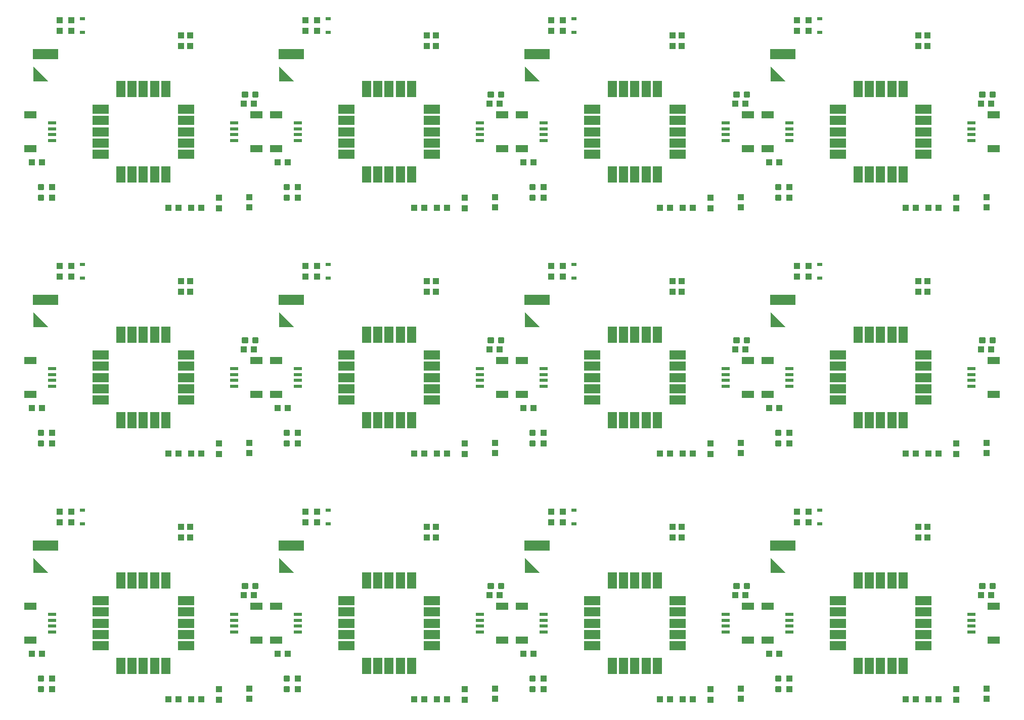
<source format=gtp>
G75*
%MOIN*%
%OFA0B0*%
%FSLAX25Y25*%
%IPPOS*%
%LPD*%
%AMOC8*
5,1,8,0,0,1.08239X$1,22.5*
%
%ADD10R,0.07874X0.04724*%
%ADD11R,0.05315X0.02362*%
%ADD12R,0.04331X0.03937*%
%ADD13R,0.03937X0.04331*%
%ADD14C,0.00197*%
%ADD15R,0.16535X0.06693*%
%ADD16C,0.01181*%
%ADD17R,0.03268X0.02480*%
%ADD18R,0.10827X0.06299*%
%ADD19R,0.06299X0.10827*%
D10*
X0034281Y0097726D03*
X0034281Y0119774D03*
X0183219Y0119774D03*
X0196281Y0119774D03*
X0196281Y0097726D03*
X0183219Y0097726D03*
X0345219Y0097726D03*
X0358281Y0097726D03*
X0358281Y0119774D03*
X0345219Y0119774D03*
X0507219Y0119774D03*
X0520281Y0119774D03*
X0520281Y0097726D03*
X0507219Y0097726D03*
X0669219Y0097726D03*
X0669219Y0119774D03*
X0669219Y0259726D03*
X0669219Y0281774D03*
X0520281Y0281774D03*
X0507219Y0281774D03*
X0507219Y0259726D03*
X0520281Y0259726D03*
X0358281Y0259726D03*
X0345219Y0259726D03*
X0345219Y0281774D03*
X0358281Y0281774D03*
X0196281Y0281774D03*
X0183219Y0281774D03*
X0183219Y0259726D03*
X0196281Y0259726D03*
X0034281Y0259726D03*
X0034281Y0281774D03*
X0034281Y0421726D03*
X0034281Y0443774D03*
X0183219Y0443774D03*
X0196281Y0443774D03*
X0196281Y0421726D03*
X0183219Y0421726D03*
X0345219Y0421726D03*
X0358281Y0421726D03*
X0358281Y0443774D03*
X0345219Y0443774D03*
X0507219Y0443774D03*
X0520281Y0443774D03*
X0520281Y0421726D03*
X0507219Y0421726D03*
X0669219Y0421726D03*
X0669219Y0443774D03*
D11*
X0654750Y0438656D03*
X0654750Y0434719D03*
X0654750Y0430781D03*
X0654750Y0426844D03*
X0534750Y0426844D03*
X0534750Y0430781D03*
X0534750Y0434719D03*
X0534750Y0438656D03*
X0492750Y0438656D03*
X0492750Y0434719D03*
X0492750Y0430781D03*
X0492750Y0426844D03*
X0372750Y0426844D03*
X0372750Y0430781D03*
X0372750Y0434719D03*
X0372750Y0438656D03*
X0330750Y0438656D03*
X0330750Y0434719D03*
X0330750Y0430781D03*
X0330750Y0426844D03*
X0210750Y0426844D03*
X0210750Y0430781D03*
X0210750Y0434719D03*
X0210750Y0438656D03*
X0168750Y0438656D03*
X0168750Y0434719D03*
X0168750Y0430781D03*
X0168750Y0426844D03*
X0048750Y0426844D03*
X0048750Y0430781D03*
X0048750Y0434719D03*
X0048750Y0438656D03*
X0048750Y0276656D03*
X0048750Y0272719D03*
X0048750Y0268781D03*
X0048750Y0264844D03*
X0168750Y0264844D03*
X0168750Y0268781D03*
X0168750Y0272719D03*
X0168750Y0276656D03*
X0210750Y0276656D03*
X0210750Y0272719D03*
X0210750Y0268781D03*
X0210750Y0264844D03*
X0330750Y0264844D03*
X0330750Y0268781D03*
X0330750Y0272719D03*
X0330750Y0276656D03*
X0372750Y0276656D03*
X0372750Y0272719D03*
X0372750Y0268781D03*
X0372750Y0264844D03*
X0492750Y0264844D03*
X0492750Y0268781D03*
X0492750Y0272719D03*
X0492750Y0276656D03*
X0534750Y0276656D03*
X0534750Y0272719D03*
X0534750Y0268781D03*
X0534750Y0264844D03*
X0654750Y0264844D03*
X0654750Y0268781D03*
X0654750Y0272719D03*
X0654750Y0276656D03*
X0654750Y0114656D03*
X0654750Y0110719D03*
X0654750Y0106781D03*
X0654750Y0102844D03*
X0534750Y0102844D03*
X0534750Y0106781D03*
X0534750Y0110719D03*
X0534750Y0114656D03*
X0492750Y0114656D03*
X0492750Y0110719D03*
X0492750Y0106781D03*
X0492750Y0102844D03*
X0372750Y0102844D03*
X0372750Y0106781D03*
X0372750Y0110719D03*
X0372750Y0114656D03*
X0330750Y0114656D03*
X0330750Y0110719D03*
X0330750Y0106781D03*
X0330750Y0102844D03*
X0210750Y0102844D03*
X0210750Y0106781D03*
X0210750Y0110719D03*
X0210750Y0114656D03*
X0168750Y0114656D03*
X0168750Y0110719D03*
X0168750Y0106781D03*
X0168750Y0102844D03*
X0048750Y0102844D03*
X0048750Y0106781D03*
X0048750Y0110719D03*
X0048750Y0114656D03*
D12*
X0042096Y0088750D03*
X0035404Y0088750D03*
X0125404Y0058750D03*
X0132096Y0058750D03*
X0140404Y0058750D03*
X0147096Y0058750D03*
X0197404Y0088750D03*
X0204096Y0088750D03*
X0181596Y0127250D03*
X0174904Y0127250D03*
X0287404Y0058750D03*
X0294096Y0058750D03*
X0302404Y0058750D03*
X0309096Y0058750D03*
X0359404Y0088750D03*
X0366096Y0088750D03*
X0343596Y0127250D03*
X0336904Y0127250D03*
X0449404Y0058750D03*
X0456096Y0058750D03*
X0464404Y0058750D03*
X0471096Y0058750D03*
X0521404Y0088750D03*
X0528096Y0088750D03*
X0505596Y0127250D03*
X0498904Y0127250D03*
X0611404Y0058750D03*
X0618096Y0058750D03*
X0626404Y0058750D03*
X0633096Y0058750D03*
X0660904Y0127250D03*
X0667596Y0127250D03*
X0633096Y0220750D03*
X0626404Y0220750D03*
X0618096Y0220750D03*
X0611404Y0220750D03*
X0528096Y0250750D03*
X0521404Y0250750D03*
X0505596Y0289250D03*
X0498904Y0289250D03*
X0471096Y0220750D03*
X0464404Y0220750D03*
X0456096Y0220750D03*
X0449404Y0220750D03*
X0366096Y0250750D03*
X0359404Y0250750D03*
X0343596Y0289250D03*
X0336904Y0289250D03*
X0309096Y0220750D03*
X0302404Y0220750D03*
X0294096Y0220750D03*
X0287404Y0220750D03*
X0204096Y0250750D03*
X0197404Y0250750D03*
X0181596Y0289250D03*
X0174904Y0289250D03*
X0147096Y0220750D03*
X0140404Y0220750D03*
X0132096Y0220750D03*
X0125404Y0220750D03*
X0042096Y0250750D03*
X0035404Y0250750D03*
X0125404Y0382750D03*
X0132096Y0382750D03*
X0140404Y0382750D03*
X0147096Y0382750D03*
X0197404Y0412750D03*
X0204096Y0412750D03*
X0181596Y0451250D03*
X0174904Y0451250D03*
X0287404Y0382750D03*
X0294096Y0382750D03*
X0302404Y0382750D03*
X0309096Y0382750D03*
X0359404Y0412750D03*
X0366096Y0412750D03*
X0343596Y0451250D03*
X0336904Y0451250D03*
X0449404Y0382750D03*
X0456096Y0382750D03*
X0464404Y0382750D03*
X0471096Y0382750D03*
X0521404Y0412750D03*
X0528096Y0412750D03*
X0505596Y0451250D03*
X0498904Y0451250D03*
X0611404Y0382750D03*
X0618096Y0382750D03*
X0626404Y0382750D03*
X0633096Y0382750D03*
X0660904Y0451250D03*
X0667596Y0451250D03*
X0667596Y0289250D03*
X0660904Y0289250D03*
X0042096Y0412750D03*
X0035404Y0412750D03*
D13*
X0048750Y0396096D03*
X0048750Y0389404D03*
X0053750Y0344096D03*
X0053750Y0337404D03*
X0061250Y0337404D03*
X0061250Y0344096D03*
X0133750Y0334096D03*
X0139650Y0334096D03*
X0139650Y0327404D03*
X0133750Y0327404D03*
X0158750Y0382404D03*
X0158750Y0389096D03*
X0178750Y0389596D03*
X0178750Y0382904D03*
X0210750Y0389404D03*
X0210750Y0396096D03*
X0215750Y0344096D03*
X0215750Y0337404D03*
X0223250Y0337404D03*
X0223250Y0344096D03*
X0295750Y0334096D03*
X0301650Y0334096D03*
X0301650Y0327404D03*
X0295750Y0327404D03*
X0320750Y0382404D03*
X0320750Y0389096D03*
X0340750Y0389596D03*
X0340750Y0382904D03*
X0372750Y0389404D03*
X0372750Y0396096D03*
X0377750Y0344096D03*
X0377750Y0337404D03*
X0385250Y0337404D03*
X0385250Y0344096D03*
X0457750Y0334096D03*
X0463650Y0334096D03*
X0463650Y0327404D03*
X0457750Y0327404D03*
X0482750Y0382404D03*
X0482750Y0389096D03*
X0502750Y0389596D03*
X0502750Y0382904D03*
X0534750Y0389404D03*
X0534750Y0396096D03*
X0539750Y0344096D03*
X0539750Y0337404D03*
X0547250Y0337404D03*
X0547250Y0344096D03*
X0619750Y0334096D03*
X0625650Y0334096D03*
X0625650Y0327404D03*
X0619750Y0327404D03*
X0644750Y0382404D03*
X0644750Y0389096D03*
X0664750Y0389596D03*
X0664750Y0382904D03*
X0625650Y0489404D03*
X0619750Y0489404D03*
X0619750Y0496096D03*
X0625650Y0496096D03*
X0547250Y0499404D03*
X0539750Y0499404D03*
X0539750Y0506096D03*
X0547250Y0506096D03*
X0463650Y0496096D03*
X0457750Y0496096D03*
X0457750Y0489404D03*
X0463650Y0489404D03*
X0385250Y0499404D03*
X0377750Y0499404D03*
X0377750Y0506096D03*
X0385250Y0506096D03*
X0301650Y0496096D03*
X0295750Y0496096D03*
X0295750Y0489404D03*
X0301650Y0489404D03*
X0223250Y0499404D03*
X0215750Y0499404D03*
X0215750Y0506096D03*
X0223250Y0506096D03*
X0139650Y0496096D03*
X0133750Y0496096D03*
X0133750Y0489404D03*
X0139650Y0489404D03*
X0061250Y0499404D03*
X0053750Y0499404D03*
X0053750Y0506096D03*
X0061250Y0506096D03*
X0048750Y0234096D03*
X0048750Y0227404D03*
X0053750Y0182096D03*
X0053750Y0175404D03*
X0061250Y0175404D03*
X0061250Y0182096D03*
X0133750Y0172096D03*
X0139650Y0172096D03*
X0139650Y0165404D03*
X0133750Y0165404D03*
X0158750Y0220404D03*
X0158750Y0227096D03*
X0178750Y0227596D03*
X0178750Y0220904D03*
X0210750Y0227404D03*
X0210750Y0234096D03*
X0215750Y0182096D03*
X0215750Y0175404D03*
X0223250Y0175404D03*
X0223250Y0182096D03*
X0295750Y0172096D03*
X0301650Y0172096D03*
X0301650Y0165404D03*
X0295750Y0165404D03*
X0320750Y0220404D03*
X0320750Y0227096D03*
X0340750Y0227596D03*
X0340750Y0220904D03*
X0372750Y0227404D03*
X0372750Y0234096D03*
X0377750Y0182096D03*
X0377750Y0175404D03*
X0385250Y0175404D03*
X0385250Y0182096D03*
X0457750Y0172096D03*
X0463650Y0172096D03*
X0463650Y0165404D03*
X0457750Y0165404D03*
X0482750Y0220404D03*
X0482750Y0227096D03*
X0502750Y0227596D03*
X0502750Y0220904D03*
X0534750Y0227404D03*
X0534750Y0234096D03*
X0539750Y0182096D03*
X0539750Y0175404D03*
X0547250Y0175404D03*
X0547250Y0182096D03*
X0619750Y0172096D03*
X0625650Y0172096D03*
X0625650Y0165404D03*
X0619750Y0165404D03*
X0644750Y0220404D03*
X0644750Y0227096D03*
X0664750Y0227596D03*
X0664750Y0220904D03*
X0534750Y0072096D03*
X0534750Y0065404D03*
X0502750Y0065596D03*
X0502750Y0058904D03*
X0482750Y0058404D03*
X0482750Y0065096D03*
X0372750Y0065404D03*
X0372750Y0072096D03*
X0340750Y0065596D03*
X0340750Y0058904D03*
X0320750Y0058404D03*
X0320750Y0065096D03*
X0210750Y0065404D03*
X0210750Y0072096D03*
X0178750Y0065596D03*
X0178750Y0058904D03*
X0158750Y0058404D03*
X0158750Y0065096D03*
X0048750Y0065404D03*
X0048750Y0072096D03*
X0644750Y0065096D03*
X0644750Y0058404D03*
X0664750Y0058904D03*
X0664750Y0065596D03*
D14*
X0531648Y0142199D02*
X0522199Y0151648D01*
X0522199Y0142199D01*
X0531648Y0142199D01*
X0531591Y0142255D02*
X0522199Y0142255D01*
X0522199Y0142451D02*
X0531396Y0142451D01*
X0531201Y0142646D02*
X0522199Y0142646D01*
X0522199Y0142841D02*
X0531005Y0142841D01*
X0530810Y0143037D02*
X0522199Y0143037D01*
X0522199Y0143232D02*
X0530614Y0143232D01*
X0530419Y0143427D02*
X0522199Y0143427D01*
X0522199Y0143623D02*
X0530224Y0143623D01*
X0530028Y0143818D02*
X0522199Y0143818D01*
X0522199Y0144013D02*
X0529833Y0144013D01*
X0529638Y0144209D02*
X0522199Y0144209D01*
X0522199Y0144404D02*
X0529442Y0144404D01*
X0529247Y0144599D02*
X0522199Y0144599D01*
X0522199Y0144795D02*
X0529052Y0144795D01*
X0528856Y0144990D02*
X0522199Y0144990D01*
X0522199Y0145186D02*
X0528661Y0145186D01*
X0528466Y0145381D02*
X0522199Y0145381D01*
X0522199Y0145576D02*
X0528270Y0145576D01*
X0528075Y0145772D02*
X0522199Y0145772D01*
X0522199Y0145967D02*
X0527879Y0145967D01*
X0527684Y0146162D02*
X0522199Y0146162D01*
X0522199Y0146358D02*
X0527489Y0146358D01*
X0527293Y0146553D02*
X0522199Y0146553D01*
X0522199Y0146748D02*
X0527098Y0146748D01*
X0526903Y0146944D02*
X0522199Y0146944D01*
X0522199Y0147139D02*
X0526707Y0147139D01*
X0526512Y0147335D02*
X0522199Y0147335D01*
X0522199Y0147530D02*
X0526317Y0147530D01*
X0526121Y0147725D02*
X0522199Y0147725D01*
X0522199Y0147921D02*
X0525926Y0147921D01*
X0525730Y0148116D02*
X0522199Y0148116D01*
X0522199Y0148311D02*
X0525535Y0148311D01*
X0525340Y0148507D02*
X0522199Y0148507D01*
X0522199Y0148702D02*
X0525144Y0148702D01*
X0524949Y0148897D02*
X0522199Y0148897D01*
X0522199Y0149093D02*
X0524754Y0149093D01*
X0524558Y0149288D02*
X0522199Y0149288D01*
X0522199Y0149484D02*
X0524363Y0149484D01*
X0524168Y0149679D02*
X0522199Y0149679D01*
X0522199Y0149874D02*
X0523972Y0149874D01*
X0523777Y0150070D02*
X0522199Y0150070D01*
X0522199Y0150265D02*
X0523581Y0150265D01*
X0523386Y0150460D02*
X0522199Y0150460D01*
X0522199Y0150656D02*
X0523191Y0150656D01*
X0522995Y0150851D02*
X0522199Y0150851D01*
X0522199Y0151046D02*
X0522800Y0151046D01*
X0522605Y0151242D02*
X0522199Y0151242D01*
X0522199Y0151437D02*
X0522409Y0151437D01*
X0522214Y0151633D02*
X0522199Y0151633D01*
X0369648Y0142199D02*
X0360199Y0151648D01*
X0360199Y0142199D01*
X0369648Y0142199D01*
X0369591Y0142255D02*
X0360199Y0142255D01*
X0360199Y0142451D02*
X0369396Y0142451D01*
X0369201Y0142646D02*
X0360199Y0142646D01*
X0360199Y0142841D02*
X0369005Y0142841D01*
X0368810Y0143037D02*
X0360199Y0143037D01*
X0360199Y0143232D02*
X0368614Y0143232D01*
X0368419Y0143427D02*
X0360199Y0143427D01*
X0360199Y0143623D02*
X0368224Y0143623D01*
X0368028Y0143818D02*
X0360199Y0143818D01*
X0360199Y0144013D02*
X0367833Y0144013D01*
X0367638Y0144209D02*
X0360199Y0144209D01*
X0360199Y0144404D02*
X0367442Y0144404D01*
X0367247Y0144599D02*
X0360199Y0144599D01*
X0360199Y0144795D02*
X0367052Y0144795D01*
X0366856Y0144990D02*
X0360199Y0144990D01*
X0360199Y0145186D02*
X0366661Y0145186D01*
X0366466Y0145381D02*
X0360199Y0145381D01*
X0360199Y0145576D02*
X0366270Y0145576D01*
X0366075Y0145772D02*
X0360199Y0145772D01*
X0360199Y0145967D02*
X0365879Y0145967D01*
X0365684Y0146162D02*
X0360199Y0146162D01*
X0360199Y0146358D02*
X0365489Y0146358D01*
X0365293Y0146553D02*
X0360199Y0146553D01*
X0360199Y0146748D02*
X0365098Y0146748D01*
X0364903Y0146944D02*
X0360199Y0146944D01*
X0360199Y0147139D02*
X0364707Y0147139D01*
X0364512Y0147335D02*
X0360199Y0147335D01*
X0360199Y0147530D02*
X0364317Y0147530D01*
X0364121Y0147725D02*
X0360199Y0147725D01*
X0360199Y0147921D02*
X0363926Y0147921D01*
X0363730Y0148116D02*
X0360199Y0148116D01*
X0360199Y0148311D02*
X0363535Y0148311D01*
X0363340Y0148507D02*
X0360199Y0148507D01*
X0360199Y0148702D02*
X0363144Y0148702D01*
X0362949Y0148897D02*
X0360199Y0148897D01*
X0360199Y0149093D02*
X0362754Y0149093D01*
X0362558Y0149288D02*
X0360199Y0149288D01*
X0360199Y0149484D02*
X0362363Y0149484D01*
X0362168Y0149679D02*
X0360199Y0149679D01*
X0360199Y0149874D02*
X0361972Y0149874D01*
X0361777Y0150070D02*
X0360199Y0150070D01*
X0360199Y0150265D02*
X0361581Y0150265D01*
X0361386Y0150460D02*
X0360199Y0150460D01*
X0360199Y0150656D02*
X0361191Y0150656D01*
X0360995Y0150851D02*
X0360199Y0150851D01*
X0360199Y0151046D02*
X0360800Y0151046D01*
X0360605Y0151242D02*
X0360199Y0151242D01*
X0360199Y0151437D02*
X0360409Y0151437D01*
X0360214Y0151633D02*
X0360199Y0151633D01*
X0207648Y0142199D02*
X0198199Y0151648D01*
X0198199Y0142199D01*
X0207648Y0142199D01*
X0207591Y0142255D02*
X0198199Y0142255D01*
X0198199Y0142451D02*
X0207396Y0142451D01*
X0207201Y0142646D02*
X0198199Y0142646D01*
X0198199Y0142841D02*
X0207005Y0142841D01*
X0206810Y0143037D02*
X0198199Y0143037D01*
X0198199Y0143232D02*
X0206614Y0143232D01*
X0206419Y0143427D02*
X0198199Y0143427D01*
X0198199Y0143623D02*
X0206224Y0143623D01*
X0206028Y0143818D02*
X0198199Y0143818D01*
X0198199Y0144013D02*
X0205833Y0144013D01*
X0205638Y0144209D02*
X0198199Y0144209D01*
X0198199Y0144404D02*
X0205442Y0144404D01*
X0205247Y0144599D02*
X0198199Y0144599D01*
X0198199Y0144795D02*
X0205052Y0144795D01*
X0204856Y0144990D02*
X0198199Y0144990D01*
X0198199Y0145186D02*
X0204661Y0145186D01*
X0204466Y0145381D02*
X0198199Y0145381D01*
X0198199Y0145576D02*
X0204270Y0145576D01*
X0204075Y0145772D02*
X0198199Y0145772D01*
X0198199Y0145967D02*
X0203879Y0145967D01*
X0203684Y0146162D02*
X0198199Y0146162D01*
X0198199Y0146358D02*
X0203489Y0146358D01*
X0203293Y0146553D02*
X0198199Y0146553D01*
X0198199Y0146748D02*
X0203098Y0146748D01*
X0202903Y0146944D02*
X0198199Y0146944D01*
X0198199Y0147139D02*
X0202707Y0147139D01*
X0202512Y0147335D02*
X0198199Y0147335D01*
X0198199Y0147530D02*
X0202317Y0147530D01*
X0202121Y0147725D02*
X0198199Y0147725D01*
X0198199Y0147921D02*
X0201926Y0147921D01*
X0201730Y0148116D02*
X0198199Y0148116D01*
X0198199Y0148311D02*
X0201535Y0148311D01*
X0201340Y0148507D02*
X0198199Y0148507D01*
X0198199Y0148702D02*
X0201144Y0148702D01*
X0200949Y0148897D02*
X0198199Y0148897D01*
X0198199Y0149093D02*
X0200754Y0149093D01*
X0200558Y0149288D02*
X0198199Y0149288D01*
X0198199Y0149484D02*
X0200363Y0149484D01*
X0200168Y0149679D02*
X0198199Y0149679D01*
X0198199Y0149874D02*
X0199972Y0149874D01*
X0199777Y0150070D02*
X0198199Y0150070D01*
X0198199Y0150265D02*
X0199581Y0150265D01*
X0199386Y0150460D02*
X0198199Y0150460D01*
X0198199Y0150656D02*
X0199191Y0150656D01*
X0198995Y0150851D02*
X0198199Y0150851D01*
X0198199Y0151046D02*
X0198800Y0151046D01*
X0198605Y0151242D02*
X0198199Y0151242D01*
X0198199Y0151437D02*
X0198409Y0151437D01*
X0198214Y0151633D02*
X0198199Y0151633D01*
X0045648Y0142199D02*
X0036199Y0151648D01*
X0036199Y0142199D01*
X0045648Y0142199D01*
X0045591Y0142255D02*
X0036199Y0142255D01*
X0036199Y0142451D02*
X0045396Y0142451D01*
X0045201Y0142646D02*
X0036199Y0142646D01*
X0036199Y0142841D02*
X0045005Y0142841D01*
X0044810Y0143037D02*
X0036199Y0143037D01*
X0036199Y0143232D02*
X0044614Y0143232D01*
X0044419Y0143427D02*
X0036199Y0143427D01*
X0036199Y0143623D02*
X0044224Y0143623D01*
X0044028Y0143818D02*
X0036199Y0143818D01*
X0036199Y0144013D02*
X0043833Y0144013D01*
X0043638Y0144209D02*
X0036199Y0144209D01*
X0036199Y0144404D02*
X0043442Y0144404D01*
X0043247Y0144599D02*
X0036199Y0144599D01*
X0036199Y0144795D02*
X0043052Y0144795D01*
X0042856Y0144990D02*
X0036199Y0144990D01*
X0036199Y0145186D02*
X0042661Y0145186D01*
X0042466Y0145381D02*
X0036199Y0145381D01*
X0036199Y0145576D02*
X0042270Y0145576D01*
X0042075Y0145772D02*
X0036199Y0145772D01*
X0036199Y0145967D02*
X0041879Y0145967D01*
X0041684Y0146162D02*
X0036199Y0146162D01*
X0036199Y0146358D02*
X0041489Y0146358D01*
X0041293Y0146553D02*
X0036199Y0146553D01*
X0036199Y0146748D02*
X0041098Y0146748D01*
X0040903Y0146944D02*
X0036199Y0146944D01*
X0036199Y0147139D02*
X0040707Y0147139D01*
X0040512Y0147335D02*
X0036199Y0147335D01*
X0036199Y0147530D02*
X0040317Y0147530D01*
X0040121Y0147725D02*
X0036199Y0147725D01*
X0036199Y0147921D02*
X0039926Y0147921D01*
X0039730Y0148116D02*
X0036199Y0148116D01*
X0036199Y0148311D02*
X0039535Y0148311D01*
X0039340Y0148507D02*
X0036199Y0148507D01*
X0036199Y0148702D02*
X0039144Y0148702D01*
X0038949Y0148897D02*
X0036199Y0148897D01*
X0036199Y0149093D02*
X0038754Y0149093D01*
X0038558Y0149288D02*
X0036199Y0149288D01*
X0036199Y0149484D02*
X0038363Y0149484D01*
X0038168Y0149679D02*
X0036199Y0149679D01*
X0036199Y0149874D02*
X0037972Y0149874D01*
X0037777Y0150070D02*
X0036199Y0150070D01*
X0036199Y0150265D02*
X0037581Y0150265D01*
X0037386Y0150460D02*
X0036199Y0150460D01*
X0036199Y0150656D02*
X0037191Y0150656D01*
X0036995Y0150851D02*
X0036199Y0150851D01*
X0036199Y0151046D02*
X0036800Y0151046D01*
X0036605Y0151242D02*
X0036199Y0151242D01*
X0036199Y0151437D02*
X0036409Y0151437D01*
X0036214Y0151633D02*
X0036199Y0151633D01*
X0036199Y0304199D02*
X0036199Y0313648D01*
X0045648Y0304199D01*
X0036199Y0304199D01*
X0036199Y0304210D02*
X0045636Y0304210D01*
X0045441Y0304405D02*
X0036199Y0304405D01*
X0036199Y0304601D02*
X0045246Y0304601D01*
X0045050Y0304796D02*
X0036199Y0304796D01*
X0036199Y0304991D02*
X0044855Y0304991D01*
X0044660Y0305187D02*
X0036199Y0305187D01*
X0036199Y0305382D02*
X0044464Y0305382D01*
X0044269Y0305578D02*
X0036199Y0305578D01*
X0036199Y0305773D02*
X0044074Y0305773D01*
X0043878Y0305968D02*
X0036199Y0305968D01*
X0036199Y0306164D02*
X0043683Y0306164D01*
X0043487Y0306359D02*
X0036199Y0306359D01*
X0036199Y0306554D02*
X0043292Y0306554D01*
X0043097Y0306750D02*
X0036199Y0306750D01*
X0036199Y0306945D02*
X0042901Y0306945D01*
X0042706Y0307140D02*
X0036199Y0307140D01*
X0036199Y0307336D02*
X0042511Y0307336D01*
X0042315Y0307531D02*
X0036199Y0307531D01*
X0036199Y0307727D02*
X0042120Y0307727D01*
X0041925Y0307922D02*
X0036199Y0307922D01*
X0036199Y0308117D02*
X0041729Y0308117D01*
X0041534Y0308313D02*
X0036199Y0308313D01*
X0036199Y0308508D02*
X0041338Y0308508D01*
X0041143Y0308703D02*
X0036199Y0308703D01*
X0036199Y0308899D02*
X0040948Y0308899D01*
X0040752Y0309094D02*
X0036199Y0309094D01*
X0036199Y0309289D02*
X0040557Y0309289D01*
X0040362Y0309485D02*
X0036199Y0309485D01*
X0036199Y0309680D02*
X0040166Y0309680D01*
X0039971Y0309876D02*
X0036199Y0309876D01*
X0036199Y0310071D02*
X0039776Y0310071D01*
X0039580Y0310266D02*
X0036199Y0310266D01*
X0036199Y0310462D02*
X0039385Y0310462D01*
X0039190Y0310657D02*
X0036199Y0310657D01*
X0036199Y0310852D02*
X0038994Y0310852D01*
X0038799Y0311048D02*
X0036199Y0311048D01*
X0036199Y0311243D02*
X0038603Y0311243D01*
X0038408Y0311438D02*
X0036199Y0311438D01*
X0036199Y0311634D02*
X0038213Y0311634D01*
X0038017Y0311829D02*
X0036199Y0311829D01*
X0036199Y0312024D02*
X0037822Y0312024D01*
X0037627Y0312220D02*
X0036199Y0312220D01*
X0036199Y0312415D02*
X0037431Y0312415D01*
X0037236Y0312611D02*
X0036199Y0312611D01*
X0036199Y0312806D02*
X0037041Y0312806D01*
X0036845Y0313001D02*
X0036199Y0313001D01*
X0036199Y0313197D02*
X0036650Y0313197D01*
X0036454Y0313392D02*
X0036199Y0313392D01*
X0036199Y0313587D02*
X0036259Y0313587D01*
X0198199Y0313648D02*
X0198199Y0304199D01*
X0207648Y0304199D01*
X0198199Y0313648D01*
X0198199Y0313587D02*
X0198259Y0313587D01*
X0198199Y0313392D02*
X0198454Y0313392D01*
X0198650Y0313197D02*
X0198199Y0313197D01*
X0198199Y0313001D02*
X0198845Y0313001D01*
X0199041Y0312806D02*
X0198199Y0312806D01*
X0198199Y0312611D02*
X0199236Y0312611D01*
X0199431Y0312415D02*
X0198199Y0312415D01*
X0198199Y0312220D02*
X0199627Y0312220D01*
X0199822Y0312024D02*
X0198199Y0312024D01*
X0198199Y0311829D02*
X0200017Y0311829D01*
X0200213Y0311634D02*
X0198199Y0311634D01*
X0198199Y0311438D02*
X0200408Y0311438D01*
X0200603Y0311243D02*
X0198199Y0311243D01*
X0198199Y0311048D02*
X0200799Y0311048D01*
X0200994Y0310852D02*
X0198199Y0310852D01*
X0198199Y0310657D02*
X0201190Y0310657D01*
X0201385Y0310462D02*
X0198199Y0310462D01*
X0198199Y0310266D02*
X0201580Y0310266D01*
X0201776Y0310071D02*
X0198199Y0310071D01*
X0198199Y0309876D02*
X0201971Y0309876D01*
X0202166Y0309680D02*
X0198199Y0309680D01*
X0198199Y0309485D02*
X0202362Y0309485D01*
X0202557Y0309289D02*
X0198199Y0309289D01*
X0198199Y0309094D02*
X0202752Y0309094D01*
X0202948Y0308899D02*
X0198199Y0308899D01*
X0198199Y0308703D02*
X0203143Y0308703D01*
X0203338Y0308508D02*
X0198199Y0308508D01*
X0198199Y0308313D02*
X0203534Y0308313D01*
X0203729Y0308117D02*
X0198199Y0308117D01*
X0198199Y0307922D02*
X0203925Y0307922D01*
X0204120Y0307727D02*
X0198199Y0307727D01*
X0198199Y0307531D02*
X0204315Y0307531D01*
X0204511Y0307336D02*
X0198199Y0307336D01*
X0198199Y0307140D02*
X0204706Y0307140D01*
X0204901Y0306945D02*
X0198199Y0306945D01*
X0198199Y0306750D02*
X0205097Y0306750D01*
X0205292Y0306554D02*
X0198199Y0306554D01*
X0198199Y0306359D02*
X0205487Y0306359D01*
X0205683Y0306164D02*
X0198199Y0306164D01*
X0198199Y0305968D02*
X0205878Y0305968D01*
X0206074Y0305773D02*
X0198199Y0305773D01*
X0198199Y0305578D02*
X0206269Y0305578D01*
X0206464Y0305382D02*
X0198199Y0305382D01*
X0198199Y0305187D02*
X0206660Y0305187D01*
X0206855Y0304991D02*
X0198199Y0304991D01*
X0198199Y0304796D02*
X0207050Y0304796D01*
X0207246Y0304601D02*
X0198199Y0304601D01*
X0198199Y0304405D02*
X0207441Y0304405D01*
X0207636Y0304210D02*
X0198199Y0304210D01*
X0360199Y0304210D02*
X0369636Y0304210D01*
X0369648Y0304199D02*
X0360199Y0313648D01*
X0360199Y0304199D01*
X0369648Y0304199D01*
X0369441Y0304405D02*
X0360199Y0304405D01*
X0360199Y0304601D02*
X0369246Y0304601D01*
X0369050Y0304796D02*
X0360199Y0304796D01*
X0360199Y0304991D02*
X0368855Y0304991D01*
X0368660Y0305187D02*
X0360199Y0305187D01*
X0360199Y0305382D02*
X0368464Y0305382D01*
X0368269Y0305578D02*
X0360199Y0305578D01*
X0360199Y0305773D02*
X0368074Y0305773D01*
X0367878Y0305968D02*
X0360199Y0305968D01*
X0360199Y0306164D02*
X0367683Y0306164D01*
X0367487Y0306359D02*
X0360199Y0306359D01*
X0360199Y0306554D02*
X0367292Y0306554D01*
X0367097Y0306750D02*
X0360199Y0306750D01*
X0360199Y0306945D02*
X0366901Y0306945D01*
X0366706Y0307140D02*
X0360199Y0307140D01*
X0360199Y0307336D02*
X0366511Y0307336D01*
X0366315Y0307531D02*
X0360199Y0307531D01*
X0360199Y0307727D02*
X0366120Y0307727D01*
X0365925Y0307922D02*
X0360199Y0307922D01*
X0360199Y0308117D02*
X0365729Y0308117D01*
X0365534Y0308313D02*
X0360199Y0308313D01*
X0360199Y0308508D02*
X0365338Y0308508D01*
X0365143Y0308703D02*
X0360199Y0308703D01*
X0360199Y0308899D02*
X0364948Y0308899D01*
X0364752Y0309094D02*
X0360199Y0309094D01*
X0360199Y0309289D02*
X0364557Y0309289D01*
X0364362Y0309485D02*
X0360199Y0309485D01*
X0360199Y0309680D02*
X0364166Y0309680D01*
X0363971Y0309876D02*
X0360199Y0309876D01*
X0360199Y0310071D02*
X0363776Y0310071D01*
X0363580Y0310266D02*
X0360199Y0310266D01*
X0360199Y0310462D02*
X0363385Y0310462D01*
X0363190Y0310657D02*
X0360199Y0310657D01*
X0360199Y0310852D02*
X0362994Y0310852D01*
X0362799Y0311048D02*
X0360199Y0311048D01*
X0360199Y0311243D02*
X0362603Y0311243D01*
X0362408Y0311438D02*
X0360199Y0311438D01*
X0360199Y0311634D02*
X0362213Y0311634D01*
X0362017Y0311829D02*
X0360199Y0311829D01*
X0360199Y0312024D02*
X0361822Y0312024D01*
X0361627Y0312220D02*
X0360199Y0312220D01*
X0360199Y0312415D02*
X0361431Y0312415D01*
X0361236Y0312611D02*
X0360199Y0312611D01*
X0360199Y0312806D02*
X0361041Y0312806D01*
X0360845Y0313001D02*
X0360199Y0313001D01*
X0360199Y0313197D02*
X0360650Y0313197D01*
X0360454Y0313392D02*
X0360199Y0313392D01*
X0360199Y0313587D02*
X0360259Y0313587D01*
X0522199Y0313648D02*
X0522199Y0304199D01*
X0531648Y0304199D01*
X0522199Y0313648D01*
X0522199Y0313587D02*
X0522259Y0313587D01*
X0522199Y0313392D02*
X0522454Y0313392D01*
X0522650Y0313197D02*
X0522199Y0313197D01*
X0522199Y0313001D02*
X0522845Y0313001D01*
X0523041Y0312806D02*
X0522199Y0312806D01*
X0522199Y0312611D02*
X0523236Y0312611D01*
X0523431Y0312415D02*
X0522199Y0312415D01*
X0522199Y0312220D02*
X0523627Y0312220D01*
X0523822Y0312024D02*
X0522199Y0312024D01*
X0522199Y0311829D02*
X0524017Y0311829D01*
X0524213Y0311634D02*
X0522199Y0311634D01*
X0522199Y0311438D02*
X0524408Y0311438D01*
X0524603Y0311243D02*
X0522199Y0311243D01*
X0522199Y0311048D02*
X0524799Y0311048D01*
X0524994Y0310852D02*
X0522199Y0310852D01*
X0522199Y0310657D02*
X0525190Y0310657D01*
X0525385Y0310462D02*
X0522199Y0310462D01*
X0522199Y0310266D02*
X0525580Y0310266D01*
X0525776Y0310071D02*
X0522199Y0310071D01*
X0522199Y0309876D02*
X0525971Y0309876D01*
X0526166Y0309680D02*
X0522199Y0309680D01*
X0522199Y0309485D02*
X0526362Y0309485D01*
X0526557Y0309289D02*
X0522199Y0309289D01*
X0522199Y0309094D02*
X0526752Y0309094D01*
X0526948Y0308899D02*
X0522199Y0308899D01*
X0522199Y0308703D02*
X0527143Y0308703D01*
X0527338Y0308508D02*
X0522199Y0308508D01*
X0522199Y0308313D02*
X0527534Y0308313D01*
X0527729Y0308117D02*
X0522199Y0308117D01*
X0522199Y0307922D02*
X0527925Y0307922D01*
X0528120Y0307727D02*
X0522199Y0307727D01*
X0522199Y0307531D02*
X0528315Y0307531D01*
X0528511Y0307336D02*
X0522199Y0307336D01*
X0522199Y0307140D02*
X0528706Y0307140D01*
X0528901Y0306945D02*
X0522199Y0306945D01*
X0522199Y0306750D02*
X0529097Y0306750D01*
X0529292Y0306554D02*
X0522199Y0306554D01*
X0522199Y0306359D02*
X0529487Y0306359D01*
X0529683Y0306164D02*
X0522199Y0306164D01*
X0522199Y0305968D02*
X0529878Y0305968D01*
X0530074Y0305773D02*
X0522199Y0305773D01*
X0522199Y0305578D02*
X0530269Y0305578D01*
X0530464Y0305382D02*
X0522199Y0305382D01*
X0522199Y0305187D02*
X0530660Y0305187D01*
X0530855Y0304991D02*
X0522199Y0304991D01*
X0522199Y0304796D02*
X0531050Y0304796D01*
X0531246Y0304601D02*
X0522199Y0304601D01*
X0522199Y0304405D02*
X0531441Y0304405D01*
X0531636Y0304210D02*
X0522199Y0304210D01*
X0522199Y0466199D02*
X0522199Y0475648D01*
X0531648Y0466199D01*
X0522199Y0466199D01*
X0522199Y0466360D02*
X0531486Y0466360D01*
X0531291Y0466556D02*
X0522199Y0466556D01*
X0522199Y0466751D02*
X0531095Y0466751D01*
X0530900Y0466946D02*
X0522199Y0466946D01*
X0522199Y0467142D02*
X0530705Y0467142D01*
X0530509Y0467337D02*
X0522199Y0467337D01*
X0522199Y0467532D02*
X0530314Y0467532D01*
X0530119Y0467728D02*
X0522199Y0467728D01*
X0522199Y0467923D02*
X0529923Y0467923D01*
X0529728Y0468118D02*
X0522199Y0468118D01*
X0522199Y0468314D02*
X0529533Y0468314D01*
X0529337Y0468509D02*
X0522199Y0468509D01*
X0522199Y0468705D02*
X0529142Y0468705D01*
X0528947Y0468900D02*
X0522199Y0468900D01*
X0522199Y0469095D02*
X0528751Y0469095D01*
X0528556Y0469291D02*
X0522199Y0469291D01*
X0522199Y0469486D02*
X0528360Y0469486D01*
X0528165Y0469681D02*
X0522199Y0469681D01*
X0522199Y0469877D02*
X0527970Y0469877D01*
X0527774Y0470072D02*
X0522199Y0470072D01*
X0522199Y0470267D02*
X0527579Y0470267D01*
X0527384Y0470463D02*
X0522199Y0470463D01*
X0522199Y0470658D02*
X0527188Y0470658D01*
X0526993Y0470854D02*
X0522199Y0470854D01*
X0522199Y0471049D02*
X0526798Y0471049D01*
X0526602Y0471244D02*
X0522199Y0471244D01*
X0522199Y0471440D02*
X0526407Y0471440D01*
X0526211Y0471635D02*
X0522199Y0471635D01*
X0522199Y0471830D02*
X0526016Y0471830D01*
X0525821Y0472026D02*
X0522199Y0472026D01*
X0522199Y0472221D02*
X0525625Y0472221D01*
X0525430Y0472416D02*
X0522199Y0472416D01*
X0522199Y0472612D02*
X0525235Y0472612D01*
X0525039Y0472807D02*
X0522199Y0472807D01*
X0522199Y0473003D02*
X0524844Y0473003D01*
X0524649Y0473198D02*
X0522199Y0473198D01*
X0522199Y0473393D02*
X0524453Y0473393D01*
X0524258Y0473589D02*
X0522199Y0473589D01*
X0522199Y0473784D02*
X0524062Y0473784D01*
X0523867Y0473979D02*
X0522199Y0473979D01*
X0522199Y0474175D02*
X0523672Y0474175D01*
X0523476Y0474370D02*
X0522199Y0474370D01*
X0522199Y0474565D02*
X0523281Y0474565D01*
X0523086Y0474761D02*
X0522199Y0474761D01*
X0522199Y0474956D02*
X0522890Y0474956D01*
X0522695Y0475152D02*
X0522199Y0475152D01*
X0522199Y0475347D02*
X0522500Y0475347D01*
X0522304Y0475542D02*
X0522199Y0475542D01*
X0369648Y0466199D02*
X0360199Y0475648D01*
X0360199Y0466199D01*
X0369648Y0466199D01*
X0369486Y0466360D02*
X0360199Y0466360D01*
X0360199Y0466556D02*
X0369291Y0466556D01*
X0369095Y0466751D02*
X0360199Y0466751D01*
X0360199Y0466946D02*
X0368900Y0466946D01*
X0368705Y0467142D02*
X0360199Y0467142D01*
X0360199Y0467337D02*
X0368509Y0467337D01*
X0368314Y0467532D02*
X0360199Y0467532D01*
X0360199Y0467728D02*
X0368119Y0467728D01*
X0367923Y0467923D02*
X0360199Y0467923D01*
X0360199Y0468118D02*
X0367728Y0468118D01*
X0367533Y0468314D02*
X0360199Y0468314D01*
X0360199Y0468509D02*
X0367337Y0468509D01*
X0367142Y0468705D02*
X0360199Y0468705D01*
X0360199Y0468900D02*
X0366947Y0468900D01*
X0366751Y0469095D02*
X0360199Y0469095D01*
X0360199Y0469291D02*
X0366556Y0469291D01*
X0366360Y0469486D02*
X0360199Y0469486D01*
X0360199Y0469681D02*
X0366165Y0469681D01*
X0365970Y0469877D02*
X0360199Y0469877D01*
X0360199Y0470072D02*
X0365774Y0470072D01*
X0365579Y0470267D02*
X0360199Y0470267D01*
X0360199Y0470463D02*
X0365384Y0470463D01*
X0365188Y0470658D02*
X0360199Y0470658D01*
X0360199Y0470854D02*
X0364993Y0470854D01*
X0364798Y0471049D02*
X0360199Y0471049D01*
X0360199Y0471244D02*
X0364602Y0471244D01*
X0364407Y0471440D02*
X0360199Y0471440D01*
X0360199Y0471635D02*
X0364211Y0471635D01*
X0364016Y0471830D02*
X0360199Y0471830D01*
X0360199Y0472026D02*
X0363821Y0472026D01*
X0363625Y0472221D02*
X0360199Y0472221D01*
X0360199Y0472416D02*
X0363430Y0472416D01*
X0363235Y0472612D02*
X0360199Y0472612D01*
X0360199Y0472807D02*
X0363039Y0472807D01*
X0362844Y0473003D02*
X0360199Y0473003D01*
X0360199Y0473198D02*
X0362649Y0473198D01*
X0362453Y0473393D02*
X0360199Y0473393D01*
X0360199Y0473589D02*
X0362258Y0473589D01*
X0362062Y0473784D02*
X0360199Y0473784D01*
X0360199Y0473979D02*
X0361867Y0473979D01*
X0361672Y0474175D02*
X0360199Y0474175D01*
X0360199Y0474370D02*
X0361476Y0474370D01*
X0361281Y0474565D02*
X0360199Y0474565D01*
X0360199Y0474761D02*
X0361086Y0474761D01*
X0360890Y0474956D02*
X0360199Y0474956D01*
X0360199Y0475152D02*
X0360695Y0475152D01*
X0360500Y0475347D02*
X0360199Y0475347D01*
X0360199Y0475542D02*
X0360304Y0475542D01*
X0207648Y0466199D02*
X0198199Y0475648D01*
X0198199Y0466199D01*
X0207648Y0466199D01*
X0207486Y0466360D02*
X0198199Y0466360D01*
X0198199Y0466556D02*
X0207291Y0466556D01*
X0207095Y0466751D02*
X0198199Y0466751D01*
X0198199Y0466946D02*
X0206900Y0466946D01*
X0206705Y0467142D02*
X0198199Y0467142D01*
X0198199Y0467337D02*
X0206509Y0467337D01*
X0206314Y0467532D02*
X0198199Y0467532D01*
X0198199Y0467728D02*
X0206119Y0467728D01*
X0205923Y0467923D02*
X0198199Y0467923D01*
X0198199Y0468118D02*
X0205728Y0468118D01*
X0205533Y0468314D02*
X0198199Y0468314D01*
X0198199Y0468509D02*
X0205337Y0468509D01*
X0205142Y0468705D02*
X0198199Y0468705D01*
X0198199Y0468900D02*
X0204947Y0468900D01*
X0204751Y0469095D02*
X0198199Y0469095D01*
X0198199Y0469291D02*
X0204556Y0469291D01*
X0204360Y0469486D02*
X0198199Y0469486D01*
X0198199Y0469681D02*
X0204165Y0469681D01*
X0203970Y0469877D02*
X0198199Y0469877D01*
X0198199Y0470072D02*
X0203774Y0470072D01*
X0203579Y0470267D02*
X0198199Y0470267D01*
X0198199Y0470463D02*
X0203384Y0470463D01*
X0203188Y0470658D02*
X0198199Y0470658D01*
X0198199Y0470854D02*
X0202993Y0470854D01*
X0202798Y0471049D02*
X0198199Y0471049D01*
X0198199Y0471244D02*
X0202602Y0471244D01*
X0202407Y0471440D02*
X0198199Y0471440D01*
X0198199Y0471635D02*
X0202211Y0471635D01*
X0202016Y0471830D02*
X0198199Y0471830D01*
X0198199Y0472026D02*
X0201821Y0472026D01*
X0201625Y0472221D02*
X0198199Y0472221D01*
X0198199Y0472416D02*
X0201430Y0472416D01*
X0201235Y0472612D02*
X0198199Y0472612D01*
X0198199Y0472807D02*
X0201039Y0472807D01*
X0200844Y0473003D02*
X0198199Y0473003D01*
X0198199Y0473198D02*
X0200649Y0473198D01*
X0200453Y0473393D02*
X0198199Y0473393D01*
X0198199Y0473589D02*
X0200258Y0473589D01*
X0200062Y0473784D02*
X0198199Y0473784D01*
X0198199Y0473979D02*
X0199867Y0473979D01*
X0199672Y0474175D02*
X0198199Y0474175D01*
X0198199Y0474370D02*
X0199476Y0474370D01*
X0199281Y0474565D02*
X0198199Y0474565D01*
X0198199Y0474761D02*
X0199086Y0474761D01*
X0198890Y0474956D02*
X0198199Y0474956D01*
X0198199Y0475152D02*
X0198695Y0475152D01*
X0198500Y0475347D02*
X0198199Y0475347D01*
X0198199Y0475542D02*
X0198304Y0475542D01*
X0045648Y0466199D02*
X0036199Y0475648D01*
X0036199Y0466199D01*
X0045648Y0466199D01*
X0045486Y0466360D02*
X0036199Y0466360D01*
X0036199Y0466556D02*
X0045291Y0466556D01*
X0045095Y0466751D02*
X0036199Y0466751D01*
X0036199Y0466946D02*
X0044900Y0466946D01*
X0044705Y0467142D02*
X0036199Y0467142D01*
X0036199Y0467337D02*
X0044509Y0467337D01*
X0044314Y0467532D02*
X0036199Y0467532D01*
X0036199Y0467728D02*
X0044119Y0467728D01*
X0043923Y0467923D02*
X0036199Y0467923D01*
X0036199Y0468118D02*
X0043728Y0468118D01*
X0043533Y0468314D02*
X0036199Y0468314D01*
X0036199Y0468509D02*
X0043337Y0468509D01*
X0043142Y0468705D02*
X0036199Y0468705D01*
X0036199Y0468900D02*
X0042947Y0468900D01*
X0042751Y0469095D02*
X0036199Y0469095D01*
X0036199Y0469291D02*
X0042556Y0469291D01*
X0042360Y0469486D02*
X0036199Y0469486D01*
X0036199Y0469681D02*
X0042165Y0469681D01*
X0041970Y0469877D02*
X0036199Y0469877D01*
X0036199Y0470072D02*
X0041774Y0470072D01*
X0041579Y0470267D02*
X0036199Y0470267D01*
X0036199Y0470463D02*
X0041384Y0470463D01*
X0041188Y0470658D02*
X0036199Y0470658D01*
X0036199Y0470854D02*
X0040993Y0470854D01*
X0040798Y0471049D02*
X0036199Y0471049D01*
X0036199Y0471244D02*
X0040602Y0471244D01*
X0040407Y0471440D02*
X0036199Y0471440D01*
X0036199Y0471635D02*
X0040211Y0471635D01*
X0040016Y0471830D02*
X0036199Y0471830D01*
X0036199Y0472026D02*
X0039821Y0472026D01*
X0039625Y0472221D02*
X0036199Y0472221D01*
X0036199Y0472416D02*
X0039430Y0472416D01*
X0039235Y0472612D02*
X0036199Y0472612D01*
X0036199Y0472807D02*
X0039039Y0472807D01*
X0038844Y0473003D02*
X0036199Y0473003D01*
X0036199Y0473198D02*
X0038649Y0473198D01*
X0038453Y0473393D02*
X0036199Y0473393D01*
X0036199Y0473589D02*
X0038258Y0473589D01*
X0038062Y0473784D02*
X0036199Y0473784D01*
X0036199Y0473979D02*
X0037867Y0473979D01*
X0037672Y0474175D02*
X0036199Y0474175D01*
X0036199Y0474370D02*
X0037476Y0474370D01*
X0037281Y0474565D02*
X0036199Y0474565D01*
X0036199Y0474761D02*
X0037086Y0474761D01*
X0036890Y0474956D02*
X0036199Y0474956D01*
X0036199Y0475152D02*
X0036695Y0475152D01*
X0036500Y0475347D02*
X0036199Y0475347D01*
X0036199Y0475542D02*
X0036304Y0475542D01*
D15*
X0044388Y0484033D03*
X0206388Y0484033D03*
X0368388Y0484033D03*
X0530388Y0484033D03*
X0530388Y0322033D03*
X0368388Y0322033D03*
X0206388Y0322033D03*
X0044388Y0322033D03*
X0044388Y0160033D03*
X0206388Y0160033D03*
X0368388Y0160033D03*
X0530388Y0160033D03*
D16*
X0042628Y0066675D02*
X0039872Y0066675D01*
X0042628Y0066675D02*
X0042628Y0063919D01*
X0039872Y0063919D01*
X0039872Y0066675D01*
X0039872Y0065041D02*
X0042628Y0065041D01*
X0042628Y0066163D02*
X0039872Y0066163D01*
X0039872Y0073581D02*
X0042628Y0073581D01*
X0042628Y0070825D01*
X0039872Y0070825D01*
X0039872Y0073581D01*
X0039872Y0071947D02*
X0042628Y0071947D01*
X0042628Y0073069D02*
X0039872Y0073069D01*
X0177175Y0131872D02*
X0177175Y0134628D01*
X0177175Y0131872D02*
X0174419Y0131872D01*
X0174419Y0134628D01*
X0177175Y0134628D01*
X0177175Y0132994D02*
X0174419Y0132994D01*
X0174419Y0134116D02*
X0177175Y0134116D01*
X0184081Y0134628D02*
X0184081Y0131872D01*
X0181325Y0131872D01*
X0181325Y0134628D01*
X0184081Y0134628D01*
X0184081Y0132994D02*
X0181325Y0132994D01*
X0181325Y0134116D02*
X0184081Y0134116D01*
X0201872Y0073581D02*
X0204628Y0073581D01*
X0204628Y0070825D01*
X0201872Y0070825D01*
X0201872Y0073581D01*
X0201872Y0071947D02*
X0204628Y0071947D01*
X0204628Y0073069D02*
X0201872Y0073069D01*
X0201872Y0066675D02*
X0204628Y0066675D01*
X0204628Y0063919D01*
X0201872Y0063919D01*
X0201872Y0066675D01*
X0201872Y0065041D02*
X0204628Y0065041D01*
X0204628Y0066163D02*
X0201872Y0066163D01*
X0339175Y0131872D02*
X0339175Y0134628D01*
X0339175Y0131872D02*
X0336419Y0131872D01*
X0336419Y0134628D01*
X0339175Y0134628D01*
X0339175Y0132994D02*
X0336419Y0132994D01*
X0336419Y0134116D02*
X0339175Y0134116D01*
X0346081Y0134628D02*
X0346081Y0131872D01*
X0343325Y0131872D01*
X0343325Y0134628D01*
X0346081Y0134628D01*
X0346081Y0132994D02*
X0343325Y0132994D01*
X0343325Y0134116D02*
X0346081Y0134116D01*
X0363872Y0073581D02*
X0366628Y0073581D01*
X0366628Y0070825D01*
X0363872Y0070825D01*
X0363872Y0073581D01*
X0363872Y0071947D02*
X0366628Y0071947D01*
X0366628Y0073069D02*
X0363872Y0073069D01*
X0363872Y0066675D02*
X0366628Y0066675D01*
X0366628Y0063919D01*
X0363872Y0063919D01*
X0363872Y0066675D01*
X0363872Y0065041D02*
X0366628Y0065041D01*
X0366628Y0066163D02*
X0363872Y0066163D01*
X0501175Y0131872D02*
X0501175Y0134628D01*
X0501175Y0131872D02*
X0498419Y0131872D01*
X0498419Y0134628D01*
X0501175Y0134628D01*
X0501175Y0132994D02*
X0498419Y0132994D01*
X0498419Y0134116D02*
X0501175Y0134116D01*
X0508081Y0134628D02*
X0508081Y0131872D01*
X0505325Y0131872D01*
X0505325Y0134628D01*
X0508081Y0134628D01*
X0508081Y0132994D02*
X0505325Y0132994D01*
X0505325Y0134116D02*
X0508081Y0134116D01*
X0525872Y0073581D02*
X0528628Y0073581D01*
X0528628Y0070825D01*
X0525872Y0070825D01*
X0525872Y0073581D01*
X0525872Y0071947D02*
X0528628Y0071947D01*
X0528628Y0073069D02*
X0525872Y0073069D01*
X0525872Y0066675D02*
X0528628Y0066675D01*
X0528628Y0063919D01*
X0525872Y0063919D01*
X0525872Y0066675D01*
X0525872Y0065041D02*
X0528628Y0065041D01*
X0528628Y0066163D02*
X0525872Y0066163D01*
X0663175Y0131872D02*
X0663175Y0134628D01*
X0663175Y0131872D02*
X0660419Y0131872D01*
X0660419Y0134628D01*
X0663175Y0134628D01*
X0663175Y0132994D02*
X0660419Y0132994D01*
X0660419Y0134116D02*
X0663175Y0134116D01*
X0670081Y0134628D02*
X0670081Y0131872D01*
X0667325Y0131872D01*
X0667325Y0134628D01*
X0670081Y0134628D01*
X0670081Y0132994D02*
X0667325Y0132994D01*
X0667325Y0134116D02*
X0670081Y0134116D01*
X0528628Y0228675D02*
X0525872Y0228675D01*
X0528628Y0228675D02*
X0528628Y0225919D01*
X0525872Y0225919D01*
X0525872Y0228675D01*
X0525872Y0227041D02*
X0528628Y0227041D01*
X0528628Y0228163D02*
X0525872Y0228163D01*
X0525872Y0235581D02*
X0528628Y0235581D01*
X0528628Y0232825D01*
X0525872Y0232825D01*
X0525872Y0235581D01*
X0525872Y0233947D02*
X0528628Y0233947D01*
X0528628Y0235069D02*
X0525872Y0235069D01*
X0508081Y0293872D02*
X0508081Y0296628D01*
X0508081Y0293872D02*
X0505325Y0293872D01*
X0505325Y0296628D01*
X0508081Y0296628D01*
X0508081Y0294994D02*
X0505325Y0294994D01*
X0505325Y0296116D02*
X0508081Y0296116D01*
X0501175Y0296628D02*
X0501175Y0293872D01*
X0498419Y0293872D01*
X0498419Y0296628D01*
X0501175Y0296628D01*
X0501175Y0294994D02*
X0498419Y0294994D01*
X0498419Y0296116D02*
X0501175Y0296116D01*
X0525872Y0390675D02*
X0528628Y0390675D01*
X0528628Y0387919D01*
X0525872Y0387919D01*
X0525872Y0390675D01*
X0525872Y0389041D02*
X0528628Y0389041D01*
X0528628Y0390163D02*
X0525872Y0390163D01*
X0525872Y0397581D02*
X0528628Y0397581D01*
X0528628Y0394825D01*
X0525872Y0394825D01*
X0525872Y0397581D01*
X0525872Y0395947D02*
X0528628Y0395947D01*
X0528628Y0397069D02*
X0525872Y0397069D01*
X0508081Y0455872D02*
X0508081Y0458628D01*
X0508081Y0455872D02*
X0505325Y0455872D01*
X0505325Y0458628D01*
X0508081Y0458628D01*
X0508081Y0456994D02*
X0505325Y0456994D01*
X0505325Y0458116D02*
X0508081Y0458116D01*
X0501175Y0458628D02*
X0501175Y0455872D01*
X0498419Y0455872D01*
X0498419Y0458628D01*
X0501175Y0458628D01*
X0501175Y0456994D02*
X0498419Y0456994D01*
X0498419Y0458116D02*
X0501175Y0458116D01*
X0366628Y0397581D02*
X0363872Y0397581D01*
X0366628Y0397581D02*
X0366628Y0394825D01*
X0363872Y0394825D01*
X0363872Y0397581D01*
X0363872Y0395947D02*
X0366628Y0395947D01*
X0366628Y0397069D02*
X0363872Y0397069D01*
X0363872Y0390675D02*
X0366628Y0390675D01*
X0366628Y0387919D01*
X0363872Y0387919D01*
X0363872Y0390675D01*
X0363872Y0389041D02*
X0366628Y0389041D01*
X0366628Y0390163D02*
X0363872Y0390163D01*
X0346081Y0455872D02*
X0346081Y0458628D01*
X0346081Y0455872D02*
X0343325Y0455872D01*
X0343325Y0458628D01*
X0346081Y0458628D01*
X0346081Y0456994D02*
X0343325Y0456994D01*
X0343325Y0458116D02*
X0346081Y0458116D01*
X0339175Y0458628D02*
X0339175Y0455872D01*
X0336419Y0455872D01*
X0336419Y0458628D01*
X0339175Y0458628D01*
X0339175Y0456994D02*
X0336419Y0456994D01*
X0336419Y0458116D02*
X0339175Y0458116D01*
X0204628Y0397581D02*
X0201872Y0397581D01*
X0204628Y0397581D02*
X0204628Y0394825D01*
X0201872Y0394825D01*
X0201872Y0397581D01*
X0201872Y0395947D02*
X0204628Y0395947D01*
X0204628Y0397069D02*
X0201872Y0397069D01*
X0201872Y0390675D02*
X0204628Y0390675D01*
X0204628Y0387919D01*
X0201872Y0387919D01*
X0201872Y0390675D01*
X0201872Y0389041D02*
X0204628Y0389041D01*
X0204628Y0390163D02*
X0201872Y0390163D01*
X0184081Y0455872D02*
X0184081Y0458628D01*
X0184081Y0455872D02*
X0181325Y0455872D01*
X0181325Y0458628D01*
X0184081Y0458628D01*
X0184081Y0456994D02*
X0181325Y0456994D01*
X0181325Y0458116D02*
X0184081Y0458116D01*
X0177175Y0458628D02*
X0177175Y0455872D01*
X0174419Y0455872D01*
X0174419Y0458628D01*
X0177175Y0458628D01*
X0177175Y0456994D02*
X0174419Y0456994D01*
X0174419Y0458116D02*
X0177175Y0458116D01*
X0042628Y0397581D02*
X0039872Y0397581D01*
X0042628Y0397581D02*
X0042628Y0394825D01*
X0039872Y0394825D01*
X0039872Y0397581D01*
X0039872Y0395947D02*
X0042628Y0395947D01*
X0042628Y0397069D02*
X0039872Y0397069D01*
X0039872Y0390675D02*
X0042628Y0390675D01*
X0042628Y0387919D01*
X0039872Y0387919D01*
X0039872Y0390675D01*
X0039872Y0389041D02*
X0042628Y0389041D01*
X0042628Y0390163D02*
X0039872Y0390163D01*
X0177175Y0296628D02*
X0177175Y0293872D01*
X0174419Y0293872D01*
X0174419Y0296628D01*
X0177175Y0296628D01*
X0177175Y0294994D02*
X0174419Y0294994D01*
X0174419Y0296116D02*
X0177175Y0296116D01*
X0184081Y0296628D02*
X0184081Y0293872D01*
X0181325Y0293872D01*
X0181325Y0296628D01*
X0184081Y0296628D01*
X0184081Y0294994D02*
X0181325Y0294994D01*
X0181325Y0296116D02*
X0184081Y0296116D01*
X0201872Y0235581D02*
X0204628Y0235581D01*
X0204628Y0232825D01*
X0201872Y0232825D01*
X0201872Y0235581D01*
X0201872Y0233947D02*
X0204628Y0233947D01*
X0204628Y0235069D02*
X0201872Y0235069D01*
X0201872Y0228675D02*
X0204628Y0228675D01*
X0204628Y0225919D01*
X0201872Y0225919D01*
X0201872Y0228675D01*
X0201872Y0227041D02*
X0204628Y0227041D01*
X0204628Y0228163D02*
X0201872Y0228163D01*
X0339175Y0293872D02*
X0339175Y0296628D01*
X0339175Y0293872D02*
X0336419Y0293872D01*
X0336419Y0296628D01*
X0339175Y0296628D01*
X0339175Y0294994D02*
X0336419Y0294994D01*
X0336419Y0296116D02*
X0339175Y0296116D01*
X0346081Y0296628D02*
X0346081Y0293872D01*
X0343325Y0293872D01*
X0343325Y0296628D01*
X0346081Y0296628D01*
X0346081Y0294994D02*
X0343325Y0294994D01*
X0343325Y0296116D02*
X0346081Y0296116D01*
X0363872Y0235581D02*
X0366628Y0235581D01*
X0366628Y0232825D01*
X0363872Y0232825D01*
X0363872Y0235581D01*
X0363872Y0233947D02*
X0366628Y0233947D01*
X0366628Y0235069D02*
X0363872Y0235069D01*
X0363872Y0228675D02*
X0366628Y0228675D01*
X0366628Y0225919D01*
X0363872Y0225919D01*
X0363872Y0228675D01*
X0363872Y0227041D02*
X0366628Y0227041D01*
X0366628Y0228163D02*
X0363872Y0228163D01*
X0663175Y0293872D02*
X0663175Y0296628D01*
X0663175Y0293872D02*
X0660419Y0293872D01*
X0660419Y0296628D01*
X0663175Y0296628D01*
X0663175Y0294994D02*
X0660419Y0294994D01*
X0660419Y0296116D02*
X0663175Y0296116D01*
X0670081Y0296628D02*
X0670081Y0293872D01*
X0667325Y0293872D01*
X0667325Y0296628D01*
X0670081Y0296628D01*
X0670081Y0294994D02*
X0667325Y0294994D01*
X0667325Y0296116D02*
X0670081Y0296116D01*
X0670081Y0455872D02*
X0670081Y0458628D01*
X0670081Y0455872D02*
X0667325Y0455872D01*
X0667325Y0458628D01*
X0670081Y0458628D01*
X0670081Y0456994D02*
X0667325Y0456994D01*
X0667325Y0458116D02*
X0670081Y0458116D01*
X0663175Y0458628D02*
X0663175Y0455872D01*
X0660419Y0455872D01*
X0660419Y0458628D01*
X0663175Y0458628D01*
X0663175Y0456994D02*
X0660419Y0456994D01*
X0660419Y0458116D02*
X0663175Y0458116D01*
X0042628Y0235581D02*
X0039872Y0235581D01*
X0042628Y0235581D02*
X0042628Y0232825D01*
X0039872Y0232825D01*
X0039872Y0235581D01*
X0039872Y0233947D02*
X0042628Y0233947D01*
X0042628Y0235069D02*
X0039872Y0235069D01*
X0039872Y0228675D02*
X0042628Y0228675D01*
X0042628Y0225919D01*
X0039872Y0225919D01*
X0039872Y0228675D01*
X0039872Y0227041D02*
X0042628Y0227041D01*
X0042628Y0228163D02*
X0039872Y0228163D01*
D17*
X0068750Y0183278D03*
X0068750Y0174222D03*
X0230750Y0174222D03*
X0230750Y0183278D03*
X0392750Y0183278D03*
X0392750Y0174222D03*
X0554750Y0174222D03*
X0554750Y0183278D03*
X0554750Y0336222D03*
X0554750Y0345278D03*
X0392750Y0345278D03*
X0392750Y0336222D03*
X0230750Y0336222D03*
X0230750Y0345278D03*
X0068750Y0345278D03*
X0068750Y0336222D03*
X0068750Y0498222D03*
X0068750Y0507278D03*
X0230750Y0507278D03*
X0230750Y0498222D03*
X0392750Y0498222D03*
X0392750Y0507278D03*
X0554750Y0507278D03*
X0554750Y0498222D03*
D18*
X0566699Y0447711D03*
X0566699Y0440230D03*
X0566699Y0432750D03*
X0566699Y0425270D03*
X0566699Y0417789D03*
X0622801Y0417789D03*
X0622801Y0425270D03*
X0622801Y0432750D03*
X0622801Y0440230D03*
X0622801Y0447711D03*
X0460801Y0447711D03*
X0460801Y0440230D03*
X0460801Y0432750D03*
X0460801Y0425270D03*
X0460801Y0417789D03*
X0404699Y0417789D03*
X0404699Y0425270D03*
X0404699Y0432750D03*
X0404699Y0440230D03*
X0404699Y0447711D03*
X0298801Y0447711D03*
X0298801Y0440230D03*
X0298801Y0432750D03*
X0298801Y0425270D03*
X0298801Y0417789D03*
X0242699Y0417789D03*
X0242699Y0425270D03*
X0242699Y0432750D03*
X0242699Y0440230D03*
X0242699Y0447711D03*
X0136801Y0447711D03*
X0136801Y0440230D03*
X0136801Y0432750D03*
X0136801Y0425270D03*
X0136801Y0417789D03*
X0080699Y0417789D03*
X0080699Y0425270D03*
X0080699Y0432750D03*
X0080699Y0440230D03*
X0080699Y0447711D03*
X0080699Y0285711D03*
X0080699Y0278230D03*
X0080699Y0270750D03*
X0080699Y0263270D03*
X0080699Y0255789D03*
X0136801Y0255789D03*
X0136801Y0263270D03*
X0136801Y0270750D03*
X0136801Y0278230D03*
X0136801Y0285711D03*
X0242699Y0285711D03*
X0242699Y0278230D03*
X0242699Y0270750D03*
X0242699Y0263270D03*
X0242699Y0255789D03*
X0298801Y0255789D03*
X0298801Y0263270D03*
X0298801Y0270750D03*
X0298801Y0278230D03*
X0298801Y0285711D03*
X0404699Y0285711D03*
X0404699Y0278230D03*
X0404699Y0270750D03*
X0404699Y0263270D03*
X0404699Y0255789D03*
X0460801Y0255789D03*
X0460801Y0263270D03*
X0460801Y0270750D03*
X0460801Y0278230D03*
X0460801Y0285711D03*
X0566699Y0285711D03*
X0566699Y0278230D03*
X0566699Y0270750D03*
X0566699Y0263270D03*
X0566699Y0255789D03*
X0622801Y0255789D03*
X0622801Y0263270D03*
X0622801Y0270750D03*
X0622801Y0278230D03*
X0622801Y0285711D03*
X0622801Y0123711D03*
X0622801Y0116230D03*
X0622801Y0108750D03*
X0622801Y0101270D03*
X0622801Y0093789D03*
X0566699Y0093789D03*
X0566699Y0101270D03*
X0566699Y0108750D03*
X0566699Y0116230D03*
X0566699Y0123711D03*
X0460801Y0123711D03*
X0460801Y0116230D03*
X0460801Y0108750D03*
X0460801Y0101270D03*
X0460801Y0093789D03*
X0404699Y0093789D03*
X0404699Y0101270D03*
X0404699Y0108750D03*
X0404699Y0116230D03*
X0404699Y0123711D03*
X0298801Y0123711D03*
X0298801Y0116230D03*
X0298801Y0108750D03*
X0298801Y0101270D03*
X0298801Y0093789D03*
X0242699Y0093789D03*
X0242699Y0101270D03*
X0242699Y0108750D03*
X0242699Y0116230D03*
X0242699Y0123711D03*
X0136801Y0123711D03*
X0136801Y0116230D03*
X0136801Y0108750D03*
X0136801Y0101270D03*
X0136801Y0093789D03*
X0080699Y0093789D03*
X0080699Y0101270D03*
X0080699Y0108750D03*
X0080699Y0116230D03*
X0080699Y0123711D03*
D19*
X0093789Y0136801D03*
X0101270Y0136801D03*
X0108750Y0136801D03*
X0116230Y0136801D03*
X0123711Y0136801D03*
X0123711Y0080699D03*
X0116230Y0080699D03*
X0108750Y0080699D03*
X0101270Y0080699D03*
X0093789Y0080699D03*
X0255789Y0080699D03*
X0263270Y0080699D03*
X0270750Y0080699D03*
X0278230Y0080699D03*
X0285711Y0080699D03*
X0285711Y0136801D03*
X0278230Y0136801D03*
X0270750Y0136801D03*
X0263270Y0136801D03*
X0255789Y0136801D03*
X0255789Y0242699D03*
X0263270Y0242699D03*
X0270750Y0242699D03*
X0278230Y0242699D03*
X0285711Y0242699D03*
X0285711Y0298801D03*
X0278230Y0298801D03*
X0270750Y0298801D03*
X0263270Y0298801D03*
X0255789Y0298801D03*
X0123711Y0298801D03*
X0116230Y0298801D03*
X0108750Y0298801D03*
X0101270Y0298801D03*
X0093789Y0298801D03*
X0093789Y0242699D03*
X0101270Y0242699D03*
X0108750Y0242699D03*
X0116230Y0242699D03*
X0123711Y0242699D03*
X0123711Y0404699D03*
X0116230Y0404699D03*
X0108750Y0404699D03*
X0101270Y0404699D03*
X0093789Y0404699D03*
X0093789Y0460801D03*
X0101270Y0460801D03*
X0108750Y0460801D03*
X0116230Y0460801D03*
X0123711Y0460801D03*
X0255789Y0460801D03*
X0263270Y0460801D03*
X0270750Y0460801D03*
X0278230Y0460801D03*
X0285711Y0460801D03*
X0285711Y0404699D03*
X0278230Y0404699D03*
X0270750Y0404699D03*
X0263270Y0404699D03*
X0255789Y0404699D03*
X0417789Y0404699D03*
X0425270Y0404699D03*
X0432750Y0404699D03*
X0440230Y0404699D03*
X0447711Y0404699D03*
X0447711Y0460801D03*
X0440230Y0460801D03*
X0432750Y0460801D03*
X0425270Y0460801D03*
X0417789Y0460801D03*
X0579789Y0460801D03*
X0587270Y0460801D03*
X0594750Y0460801D03*
X0602230Y0460801D03*
X0609711Y0460801D03*
X0609711Y0404699D03*
X0602230Y0404699D03*
X0594750Y0404699D03*
X0587270Y0404699D03*
X0579789Y0404699D03*
X0579789Y0298801D03*
X0587270Y0298801D03*
X0594750Y0298801D03*
X0602230Y0298801D03*
X0609711Y0298801D03*
X0609711Y0242699D03*
X0602230Y0242699D03*
X0594750Y0242699D03*
X0587270Y0242699D03*
X0579789Y0242699D03*
X0447711Y0242699D03*
X0440230Y0242699D03*
X0432750Y0242699D03*
X0425270Y0242699D03*
X0417789Y0242699D03*
X0417789Y0298801D03*
X0425270Y0298801D03*
X0432750Y0298801D03*
X0440230Y0298801D03*
X0447711Y0298801D03*
X0447711Y0136801D03*
X0440230Y0136801D03*
X0432750Y0136801D03*
X0425270Y0136801D03*
X0417789Y0136801D03*
X0417789Y0080699D03*
X0425270Y0080699D03*
X0432750Y0080699D03*
X0440230Y0080699D03*
X0447711Y0080699D03*
X0579789Y0080699D03*
X0587270Y0080699D03*
X0594750Y0080699D03*
X0602230Y0080699D03*
X0609711Y0080699D03*
X0609711Y0136801D03*
X0602230Y0136801D03*
X0594750Y0136801D03*
X0587270Y0136801D03*
X0579789Y0136801D03*
M02*

</source>
